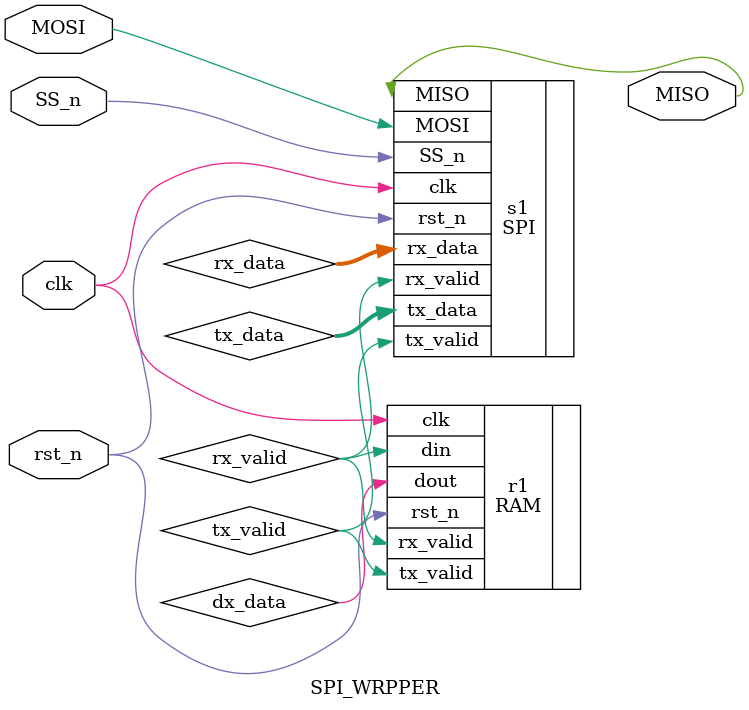
<source format=v>
module SPI_WRPPER (
input MOSI,clk,rst_n,SS_n,
output MISO);
wire [9:0] rx_data;
wire rx_valid,tx_valid;
wire [7:0]tx_data;

SPI s1(
.MOSI(MOSI),
.MISO(MISO),
.SS_n(SS_n),
.clk(clk),
.rst_n(rst_n),
.rx_data(rx_data),
.rx_valid(rx_valid),
.tx_data(tx_data),
.tx_valid(tx_valid)
);
RAM r1(
.clk(clk),
.rst_n(rst_n),
.rx_valid(rx_valid),
.tx_valid(tx_valid),
.din(rx_valid),
.dout(dx_data)
);
endmodule

</source>
